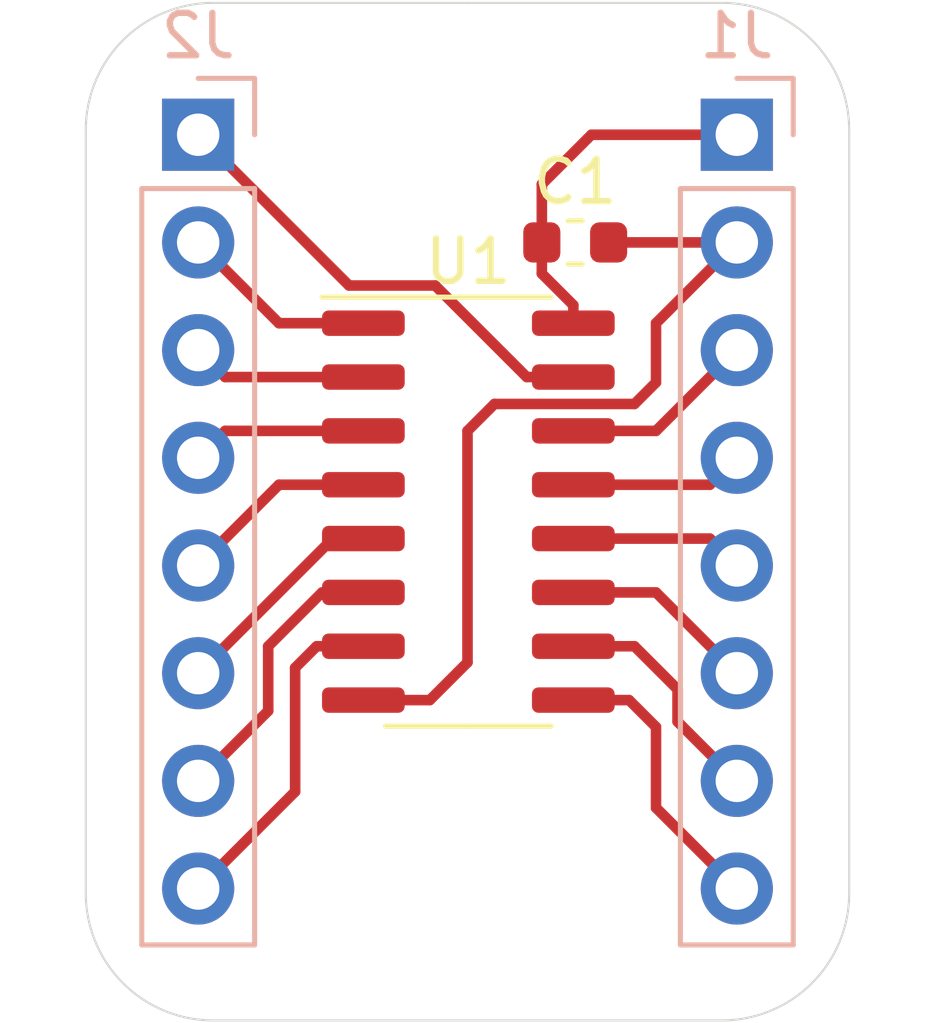
<source format=kicad_pcb>
(kicad_pcb (version 20171130) (host pcbnew "(5.1.6)-1")

  (general
    (thickness 1.6)
    (drawings 10)
    (tracks 53)
    (zones 0)
    (modules 4)
    (nets 17)
  )

  (page A4)
  (layers
    (0 F.Cu signal)
    (31 B.Cu signal)
    (32 B.Adhes user)
    (33 F.Adhes user)
    (34 B.Paste user)
    (35 F.Paste user)
    (36 B.SilkS user)
    (37 F.SilkS user)
    (38 B.Mask user)
    (39 F.Mask user)
    (40 Dwgs.User user)
    (41 Cmts.User user)
    (42 Eco1.User user)
    (43 Eco2.User user)
    (44 Edge.Cuts user)
    (45 Margin user)
    (46 B.CrtYd user)
    (47 F.CrtYd user)
    (48 B.Fab user)
    (49 F.Fab user)
  )

  (setup
    (last_trace_width 0.25)
    (trace_clearance 0.2)
    (zone_clearance 0.508)
    (zone_45_only no)
    (trace_min 0.2)
    (via_size 0.8)
    (via_drill 0.4)
    (via_min_size 0.4)
    (via_min_drill 0.3)
    (uvia_size 0.3)
    (uvia_drill 0.1)
    (uvias_allowed no)
    (uvia_min_size 0.2)
    (uvia_min_drill 0.1)
    (edge_width 0.05)
    (segment_width 0.2)
    (pcb_text_width 0.3)
    (pcb_text_size 1.5 1.5)
    (mod_edge_width 0.12)
    (mod_text_size 1 1)
    (mod_text_width 0.15)
    (pad_size 1.524 1.524)
    (pad_drill 0.762)
    (pad_to_mask_clearance 0.05)
    (aux_axis_origin 0 0)
    (grid_origin 150 97.5)
    (visible_elements FFFFFF7F)
    (pcbplotparams
      (layerselection 0x010fc_ffffffff)
      (usegerberextensions false)
      (usegerberattributes true)
      (usegerberadvancedattributes true)
      (creategerberjobfile true)
      (excludeedgelayer true)
      (linewidth 0.100000)
      (plotframeref false)
      (viasonmask false)
      (mode 1)
      (useauxorigin false)
      (hpglpennumber 1)
      (hpglpenspeed 20)
      (hpglpendiameter 15.000000)
      (psnegative false)
      (psa4output false)
      (plotreference true)
      (plotvalue true)
      (plotinvisibletext false)
      (padsonsilk false)
      (subtractmaskfromsilk false)
      (outputformat 1)
      (mirror false)
      (drillshape 1)
      (scaleselection 1)
      (outputdirectory ""))
  )

  (net 0 "")
  (net 1 /GND)
  (net 2 /VCC)
  (net 3 /Q_H')
  (net 4 /~OE)
  (net 5 /RCLK)
  (net 6 /~SRCLR)
  (net 7 /SRCLK)
  (net 8 /SER)
  (net 9 /Q_H)
  (net 10 /Q_G)
  (net 11 /Q_F)
  (net 12 /Q_E)
  (net 13 /Q_D)
  (net 14 /Q_C)
  (net 15 /Q_B)
  (net 16 /Q_A)

  (net_class Default "This is the default net class."
    (clearance 0.2)
    (trace_width 0.25)
    (via_dia 0.8)
    (via_drill 0.4)
    (uvia_dia 0.3)
    (uvia_drill 0.1)
    (add_net /GND)
    (add_net /Q_A)
    (add_net /Q_B)
    (add_net /Q_C)
    (add_net /Q_D)
    (add_net /Q_E)
    (add_net /Q_F)
    (add_net /Q_G)
    (add_net /Q_H)
    (add_net /Q_H')
    (add_net /RCLK)
    (add_net /SER)
    (add_net /SRCLK)
    (add_net /VCC)
    (add_net /~OE)
    (add_net /~SRCLR)
  )

  (module Package_SO:SOIC-16_3.9x9.9mm_P1.27mm (layer F.Cu) (tedit 5D9F72B1) (tstamp 5FAF5CDA)
    (at 150.02 97.5)
    (descr "SOIC, 16 Pin (JEDEC MS-012AC, https://www.analog.com/media/en/package-pcb-resources/package/pkg_pdf/soic_narrow-r/r_16.pdf), generated with kicad-footprint-generator ipc_gullwing_generator.py")
    (tags "SOIC SO")
    (path /5FAEFB53)
    (attr smd)
    (fp_text reference U1 (at 0 -5.9) (layer F.SilkS)
      (effects (font (size 1 1) (thickness 0.15)))
    )
    (fp_text value 74HC595 (at 0 5.9) (layer F.Fab)
      (effects (font (size 1 1) (thickness 0.15)))
    )
    (fp_text user %R (at 0 0) (layer F.Fab)
      (effects (font (size 0.98 0.98) (thickness 0.15)))
    )
    (fp_line (start 0 5.06) (end 1.95 5.06) (layer F.SilkS) (width 0.12))
    (fp_line (start 0 5.06) (end -1.95 5.06) (layer F.SilkS) (width 0.12))
    (fp_line (start 0 -5.06) (end 1.95 -5.06) (layer F.SilkS) (width 0.12))
    (fp_line (start 0 -5.06) (end -3.45 -5.06) (layer F.SilkS) (width 0.12))
    (fp_line (start -0.975 -4.95) (end 1.95 -4.95) (layer F.Fab) (width 0.1))
    (fp_line (start 1.95 -4.95) (end 1.95 4.95) (layer F.Fab) (width 0.1))
    (fp_line (start 1.95 4.95) (end -1.95 4.95) (layer F.Fab) (width 0.1))
    (fp_line (start -1.95 4.95) (end -1.95 -3.975) (layer F.Fab) (width 0.1))
    (fp_line (start -1.95 -3.975) (end -0.975 -4.95) (layer F.Fab) (width 0.1))
    (fp_line (start -3.7 -5.2) (end -3.7 5.2) (layer F.CrtYd) (width 0.05))
    (fp_line (start -3.7 5.2) (end 3.7 5.2) (layer F.CrtYd) (width 0.05))
    (fp_line (start 3.7 5.2) (end 3.7 -5.2) (layer F.CrtYd) (width 0.05))
    (fp_line (start 3.7 -5.2) (end -3.7 -5.2) (layer F.CrtYd) (width 0.05))
    (pad 16 smd roundrect (at 2.475 -4.445) (size 1.95 0.6) (layers F.Cu F.Paste F.Mask) (roundrect_rratio 0.25)
      (net 2 /VCC))
    (pad 15 smd roundrect (at 2.475 -3.175) (size 1.95 0.6) (layers F.Cu F.Paste F.Mask) (roundrect_rratio 0.25)
      (net 16 /Q_A))
    (pad 14 smd roundrect (at 2.475 -1.905) (size 1.95 0.6) (layers F.Cu F.Paste F.Mask) (roundrect_rratio 0.25)
      (net 8 /SER))
    (pad 13 smd roundrect (at 2.475 -0.635) (size 1.95 0.6) (layers F.Cu F.Paste F.Mask) (roundrect_rratio 0.25)
      (net 4 /~OE))
    (pad 12 smd roundrect (at 2.475 0.635) (size 1.95 0.6) (layers F.Cu F.Paste F.Mask) (roundrect_rratio 0.25)
      (net 5 /RCLK))
    (pad 11 smd roundrect (at 2.475 1.905) (size 1.95 0.6) (layers F.Cu F.Paste F.Mask) (roundrect_rratio 0.25)
      (net 7 /SRCLK))
    (pad 10 smd roundrect (at 2.475 3.175) (size 1.95 0.6) (layers F.Cu F.Paste F.Mask) (roundrect_rratio 0.25)
      (net 6 /~SRCLR))
    (pad 9 smd roundrect (at 2.475 4.445) (size 1.95 0.6) (layers F.Cu F.Paste F.Mask) (roundrect_rratio 0.25)
      (net 3 /Q_H'))
    (pad 8 smd roundrect (at -2.475 4.445) (size 1.95 0.6) (layers F.Cu F.Paste F.Mask) (roundrect_rratio 0.25)
      (net 1 /GND))
    (pad 7 smd roundrect (at -2.475 3.175) (size 1.95 0.6) (layers F.Cu F.Paste F.Mask) (roundrect_rratio 0.25)
      (net 9 /Q_H))
    (pad 6 smd roundrect (at -2.475 1.905) (size 1.95 0.6) (layers F.Cu F.Paste F.Mask) (roundrect_rratio 0.25)
      (net 10 /Q_G))
    (pad 5 smd roundrect (at -2.475 0.635) (size 1.95 0.6) (layers F.Cu F.Paste F.Mask) (roundrect_rratio 0.25)
      (net 11 /Q_F))
    (pad 4 smd roundrect (at -2.475 -0.635) (size 1.95 0.6) (layers F.Cu F.Paste F.Mask) (roundrect_rratio 0.25)
      (net 12 /Q_E))
    (pad 3 smd roundrect (at -2.475 -1.905) (size 1.95 0.6) (layers F.Cu F.Paste F.Mask) (roundrect_rratio 0.25)
      (net 13 /Q_D))
    (pad 2 smd roundrect (at -2.475 -3.175) (size 1.95 0.6) (layers F.Cu F.Paste F.Mask) (roundrect_rratio 0.25)
      (net 14 /Q_C))
    (pad 1 smd roundrect (at -2.475 -4.445) (size 1.95 0.6) (layers F.Cu F.Paste F.Mask) (roundrect_rratio 0.25)
      (net 15 /Q_B))
    (model ${KISYS3DMOD}/Package_SO.3dshapes/SOIC-16_3.9x9.9mm_P1.27mm.wrl
      (at (xyz 0 0 0))
      (scale (xyz 1 1 1))
      (rotate (xyz 0 0 0))
    )
  )

  (module Connector_PinHeader_2.54mm:PinHeader_1x08_P2.54mm_Vertical (layer B.Cu) (tedit 59FED5CC) (tstamp 5FAF590E)
    (at 143.65 88.61 180)
    (descr "Through hole straight pin header, 1x08, 2.54mm pitch, single row")
    (tags "Through hole pin header THT 1x08 2.54mm single row")
    (path /5FAF61F1)
    (fp_text reference J2 (at 0 2.33) (layer B.SilkS)
      (effects (font (size 1 1) (thickness 0.15)) (justify mirror))
    )
    (fp_text value Conn_01x08 (at 0 -20.11) (layer B.Fab)
      (effects (font (size 1 1) (thickness 0.15)) (justify mirror))
    )
    (fp_text user %R (at 0 -8.89 270) (layer B.Fab)
      (effects (font (size 1 1) (thickness 0.15)) (justify mirror))
    )
    (fp_line (start -0.635 1.27) (end 1.27 1.27) (layer B.Fab) (width 0.1))
    (fp_line (start 1.27 1.27) (end 1.27 -19.05) (layer B.Fab) (width 0.1))
    (fp_line (start 1.27 -19.05) (end -1.27 -19.05) (layer B.Fab) (width 0.1))
    (fp_line (start -1.27 -19.05) (end -1.27 0.635) (layer B.Fab) (width 0.1))
    (fp_line (start -1.27 0.635) (end -0.635 1.27) (layer B.Fab) (width 0.1))
    (fp_line (start -1.33 -19.11) (end 1.33 -19.11) (layer B.SilkS) (width 0.12))
    (fp_line (start -1.33 -1.27) (end -1.33 -19.11) (layer B.SilkS) (width 0.12))
    (fp_line (start 1.33 -1.27) (end 1.33 -19.11) (layer B.SilkS) (width 0.12))
    (fp_line (start -1.33 -1.27) (end 1.33 -1.27) (layer B.SilkS) (width 0.12))
    (fp_line (start -1.33 0) (end -1.33 1.33) (layer B.SilkS) (width 0.12))
    (fp_line (start -1.33 1.33) (end 0 1.33) (layer B.SilkS) (width 0.12))
    (fp_line (start -1.8 1.8) (end -1.8 -19.55) (layer B.CrtYd) (width 0.05))
    (fp_line (start -1.8 -19.55) (end 1.8 -19.55) (layer B.CrtYd) (width 0.05))
    (fp_line (start 1.8 -19.55) (end 1.8 1.8) (layer B.CrtYd) (width 0.05))
    (fp_line (start 1.8 1.8) (end -1.8 1.8) (layer B.CrtYd) (width 0.05))
    (pad 8 thru_hole oval (at 0 -17.78 180) (size 1.7 1.7) (drill 1) (layers *.Cu *.Mask)
      (net 9 /Q_H))
    (pad 7 thru_hole oval (at 0 -15.24 180) (size 1.7 1.7) (drill 1) (layers *.Cu *.Mask)
      (net 10 /Q_G))
    (pad 6 thru_hole oval (at 0 -12.7 180) (size 1.7 1.7) (drill 1) (layers *.Cu *.Mask)
      (net 11 /Q_F))
    (pad 5 thru_hole oval (at 0 -10.16 180) (size 1.7 1.7) (drill 1) (layers *.Cu *.Mask)
      (net 12 /Q_E))
    (pad 4 thru_hole oval (at 0 -7.62 180) (size 1.7 1.7) (drill 1) (layers *.Cu *.Mask)
      (net 13 /Q_D))
    (pad 3 thru_hole oval (at 0 -5.08 180) (size 1.7 1.7) (drill 1) (layers *.Cu *.Mask)
      (net 14 /Q_C))
    (pad 2 thru_hole oval (at 0 -2.54 180) (size 1.7 1.7) (drill 1) (layers *.Cu *.Mask)
      (net 15 /Q_B))
    (pad 1 thru_hole rect (at 0 0 180) (size 1.7 1.7) (drill 1) (layers *.Cu *.Mask)
      (net 16 /Q_A))
    (model ${KISYS3DMOD}/Connector_PinHeader_2.54mm.3dshapes/PinHeader_1x08_P2.54mm_Vertical.wrl
      (at (xyz 0 0 0))
      (scale (xyz 1 1 1))
      (rotate (xyz 0 0 0))
    )
  )

  (module Connector_PinHeader_2.54mm:PinHeader_1x08_P2.54mm_Vertical (layer B.Cu) (tedit 59FED5CC) (tstamp 5FAF58F2)
    (at 156.35 88.61 180)
    (descr "Through hole straight pin header, 1x08, 2.54mm pitch, single row")
    (tags "Through hole pin header THT 1x08 2.54mm single row")
    (path /5FB0DB36)
    (fp_text reference J1 (at 0 2.33) (layer B.SilkS)
      (effects (font (size 1 1) (thickness 0.15)) (justify mirror))
    )
    (fp_text value Conn_01x08 (at 0 -20.11) (layer B.Fab)
      (effects (font (size 1 1) (thickness 0.15)) (justify mirror))
    )
    (fp_text user %R (at 0 -8.89 270) (layer B.Fab)
      (effects (font (size 1 1) (thickness 0.15)) (justify mirror))
    )
    (fp_line (start -0.635 1.27) (end 1.27 1.27) (layer B.Fab) (width 0.1))
    (fp_line (start 1.27 1.27) (end 1.27 -19.05) (layer B.Fab) (width 0.1))
    (fp_line (start 1.27 -19.05) (end -1.27 -19.05) (layer B.Fab) (width 0.1))
    (fp_line (start -1.27 -19.05) (end -1.27 0.635) (layer B.Fab) (width 0.1))
    (fp_line (start -1.27 0.635) (end -0.635 1.27) (layer B.Fab) (width 0.1))
    (fp_line (start -1.33 -19.11) (end 1.33 -19.11) (layer B.SilkS) (width 0.12))
    (fp_line (start -1.33 -1.27) (end -1.33 -19.11) (layer B.SilkS) (width 0.12))
    (fp_line (start 1.33 -1.27) (end 1.33 -19.11) (layer B.SilkS) (width 0.12))
    (fp_line (start -1.33 -1.27) (end 1.33 -1.27) (layer B.SilkS) (width 0.12))
    (fp_line (start -1.33 0) (end -1.33 1.33) (layer B.SilkS) (width 0.12))
    (fp_line (start -1.33 1.33) (end 0 1.33) (layer B.SilkS) (width 0.12))
    (fp_line (start -1.8 1.8) (end -1.8 -19.55) (layer B.CrtYd) (width 0.05))
    (fp_line (start -1.8 -19.55) (end 1.8 -19.55) (layer B.CrtYd) (width 0.05))
    (fp_line (start 1.8 -19.55) (end 1.8 1.8) (layer B.CrtYd) (width 0.05))
    (fp_line (start 1.8 1.8) (end -1.8 1.8) (layer B.CrtYd) (width 0.05))
    (pad 8 thru_hole oval (at 0 -17.78 180) (size 1.7 1.7) (drill 1) (layers *.Cu *.Mask)
      (net 3 /Q_H'))
    (pad 7 thru_hole oval (at 0 -15.24 180) (size 1.7 1.7) (drill 1) (layers *.Cu *.Mask)
      (net 6 /~SRCLR))
    (pad 6 thru_hole oval (at 0 -12.7 180) (size 1.7 1.7) (drill 1) (layers *.Cu *.Mask)
      (net 7 /SRCLK))
    (pad 5 thru_hole oval (at 0 -10.16 180) (size 1.7 1.7) (drill 1) (layers *.Cu *.Mask)
      (net 5 /RCLK))
    (pad 4 thru_hole oval (at 0 -7.62 180) (size 1.7 1.7) (drill 1) (layers *.Cu *.Mask)
      (net 4 /~OE))
    (pad 3 thru_hole oval (at 0 -5.08 180) (size 1.7 1.7) (drill 1) (layers *.Cu *.Mask)
      (net 8 /SER))
    (pad 2 thru_hole oval (at 0 -2.54 180) (size 1.7 1.7) (drill 1) (layers *.Cu *.Mask)
      (net 1 /GND))
    (pad 1 thru_hole rect (at 0 0 180) (size 1.7 1.7) (drill 1) (layers *.Cu *.Mask)
      (net 2 /VCC))
    (model ${KISYS3DMOD}/Connector_PinHeader_2.54mm.3dshapes/PinHeader_1x08_P2.54mm_Vertical.wrl
      (at (xyz 0 0 0))
      (scale (xyz 1 1 1))
      (rotate (xyz 0 0 0))
    )
  )

  (module Capacitor_SMD:C_0603_1608Metric (layer F.Cu) (tedit 5B301BBE) (tstamp 5FAF58D6)
    (at 152.54 91.15)
    (descr "Capacitor SMD 0603 (1608 Metric), square (rectangular) end terminal, IPC_7351 nominal, (Body size source: http://www.tortai-tech.com/upload/download/2011102023233369053.pdf), generated with kicad-footprint-generator")
    (tags capacitor)
    (path /5FAF4C3B)
    (attr smd)
    (fp_text reference C1 (at 0 -1.43) (layer F.SilkS)
      (effects (font (size 1 1) (thickness 0.15)))
    )
    (fp_text value C (at 0 1.43) (layer F.Fab)
      (effects (font (size 1 1) (thickness 0.15)))
    )
    (fp_text user %R (at 0 0) (layer F.Fab)
      (effects (font (size 0.4 0.4) (thickness 0.06)))
    )
    (fp_line (start -0.8 0.4) (end -0.8 -0.4) (layer F.Fab) (width 0.1))
    (fp_line (start -0.8 -0.4) (end 0.8 -0.4) (layer F.Fab) (width 0.1))
    (fp_line (start 0.8 -0.4) (end 0.8 0.4) (layer F.Fab) (width 0.1))
    (fp_line (start 0.8 0.4) (end -0.8 0.4) (layer F.Fab) (width 0.1))
    (fp_line (start -0.162779 -0.51) (end 0.162779 -0.51) (layer F.SilkS) (width 0.12))
    (fp_line (start -0.162779 0.51) (end 0.162779 0.51) (layer F.SilkS) (width 0.12))
    (fp_line (start -1.48 0.73) (end -1.48 -0.73) (layer F.CrtYd) (width 0.05))
    (fp_line (start -1.48 -0.73) (end 1.48 -0.73) (layer F.CrtYd) (width 0.05))
    (fp_line (start 1.48 -0.73) (end 1.48 0.73) (layer F.CrtYd) (width 0.05))
    (fp_line (start 1.48 0.73) (end -1.48 0.73) (layer F.CrtYd) (width 0.05))
    (pad 2 smd roundrect (at 0.7875 0) (size 0.875 0.95) (layers F.Cu F.Paste F.Mask) (roundrect_rratio 0.25)
      (net 1 /GND))
    (pad 1 smd roundrect (at -0.7875 0) (size 0.875 0.95) (layers F.Cu F.Paste F.Mask) (roundrect_rratio 0.25)
      (net 2 /VCC))
    (model ${KISYS3DMOD}/Capacitor_SMD.3dshapes/C_0603_1608Metric.wrl
      (at (xyz 0 0 0))
      (scale (xyz 1 1 1))
      (rotate (xyz 0 0 0))
    )
  )

  (gr_arc (start 144 106.5) (end 141 106.5) (angle -90) (layer Edge.Cuts) (width 0.05) (tstamp 5FAF667E))
  (gr_arc (start 156 106.5) (end 156 109.5) (angle -90) (layer Edge.Cuts) (width 0.05) (tstamp 5FAF667E))
  (gr_arc (start 156 88.5) (end 159 88.5) (angle -90) (layer Edge.Cuts) (width 0.05) (tstamp 5FAF667E))
  (gr_arc (start 144 88.5) (end 144 85.5) (angle -90) (layer Edge.Cuts) (width 0.05))
  (gr_line (start 141 88.5) (end 141 106.5) (layer Edge.Cuts) (width 0.05) (tstamp 5FAF667B))
  (gr_line (start 159 88.5) (end 159 106.5) (layer Edge.Cuts) (width 0.05))
  (gr_line (start 150 109.5) (end 144 109.5) (layer Edge.Cuts) (width 0.05) (tstamp 5FAF6676))
  (gr_line (start 156 109.5) (end 150 109.5) (layer Edge.Cuts) (width 0.05) (tstamp 5FAF6675))
  (gr_line (start 156 85.5) (end 150 85.5) (layer Edge.Cuts) (width 0.05) (tstamp 5FAF6673))
  (gr_line (start 150 85.5) (end 144 85.5) (layer Edge.Cuts) (width 0.05))

  (segment (start 153.3275 91.15) (end 156.35 91.15) (width 0.25) (layer F.Cu) (net 1))
  (segment (start 147.545 101.945) (end 149.111 101.945) (width 0.25) (layer F.Cu) (net 1))
  (segment (start 149.111 101.945) (end 150 101.056) (width 0.25) (layer F.Cu) (net 1))
  (segment (start 150 101.056) (end 150 95.595) (width 0.25) (layer F.Cu) (net 1))
  (segment (start 150 95.595) (end 150.635 94.96) (width 0.25) (layer F.Cu) (net 1))
  (segment (start 150.635 94.96) (end 153.937 94.96) (width 0.25) (layer F.Cu) (net 1))
  (segment (start 153.937 94.96) (end 154.445 94.452) (width 0.25) (layer F.Cu) (net 1))
  (segment (start 154.445 93.055) (end 156.35 91.15) (width 0.25) (layer F.Cu) (net 1))
  (segment (start 154.445 94.452) (end 154.445 93.055) (width 0.25) (layer F.Cu) (net 1))
  (segment (start 156.35 88.61) (end 152.921 88.61) (width 0.25) (layer F.Cu) (net 2))
  (segment (start 151.7525 89.7785) (end 151.7525 91.15) (width 0.25) (layer F.Cu) (net 2))
  (segment (start 152.921 88.61) (end 151.7525 89.7785) (width 0.25) (layer F.Cu) (net 2))
  (segment (start 151.7525 91.15) (end 151.7525 91.8865) (width 0.25) (layer F.Cu) (net 2))
  (segment (start 152.495 92.629) (end 152.495 93.055) (width 0.25) (layer F.Cu) (net 2))
  (segment (start 151.7525 91.8865) (end 152.495 92.629) (width 0.25) (layer F.Cu) (net 2))
  (segment (start 152.495 101.945) (end 153.81 101.945) (width 0.25) (layer F.Cu) (net 3))
  (segment (start 153.81 101.945) (end 154.445 102.58) (width 0.25) (layer F.Cu) (net 3))
  (segment (start 154.445 104.485) (end 156.35 106.39) (width 0.25) (layer F.Cu) (net 3))
  (segment (start 154.445 102.58) (end 154.445 104.485) (width 0.25) (layer F.Cu) (net 3))
  (segment (start 155.715 96.865) (end 156.35 96.23) (width 0.25) (layer F.Cu) (net 4))
  (segment (start 152.495 96.865) (end 155.715 96.865) (width 0.25) (layer F.Cu) (net 4))
  (segment (start 155.715 98.135) (end 156.35 98.77) (width 0.25) (layer F.Cu) (net 5))
  (segment (start 152.495 98.135) (end 155.715 98.135) (width 0.25) (layer F.Cu) (net 5))
  (segment (start 152.495 100.675) (end 153.937 100.675) (width 0.25) (layer F.Cu) (net 6))
  (segment (start 153.937 100.675) (end 154.953 101.691) (width 0.25) (layer F.Cu) (net 6))
  (segment (start 154.953 102.453) (end 156.35 103.85) (width 0.25) (layer F.Cu) (net 6))
  (segment (start 154.953 101.691) (end 154.953 102.453) (width 0.25) (layer F.Cu) (net 6))
  (segment (start 154.445 99.405) (end 156.35 101.31) (width 0.25) (layer F.Cu) (net 7))
  (segment (start 152.495 99.405) (end 154.445 99.405) (width 0.25) (layer F.Cu) (net 7))
  (segment (start 154.445 95.595) (end 156.35 93.69) (width 0.25) (layer F.Cu) (net 8))
  (segment (start 152.495 95.595) (end 154.445 95.595) (width 0.25) (layer F.Cu) (net 8))
  (segment (start 147.545 100.675) (end 146.444 100.675) (width 0.25) (layer F.Cu) (net 9))
  (segment (start 146.444 100.675) (end 145.936 101.183) (width 0.25) (layer F.Cu) (net 9))
  (segment (start 145.936 104.104) (end 143.65 106.39) (width 0.25) (layer F.Cu) (net 9))
  (segment (start 145.936 101.183) (end 145.936 104.104) (width 0.25) (layer F.Cu) (net 9))
  (segment (start 143.65 103.85) (end 145.301 102.199) (width 0.25) (layer F.Cu) (net 10))
  (segment (start 145.301 102.199) (end 145.301 100.675) (width 0.25) (layer F.Cu) (net 10))
  (segment (start 146.571 99.405) (end 147.545 99.405) (width 0.25) (layer F.Cu) (net 10))
  (segment (start 145.301 100.675) (end 146.571 99.405) (width 0.25) (layer F.Cu) (net 10))
  (segment (start 146.825 98.135) (end 147.545 98.135) (width 0.25) (layer F.Cu) (net 11))
  (segment (start 143.65 101.31) (end 146.825 98.135) (width 0.25) (layer F.Cu) (net 11))
  (segment (start 145.555 96.865) (end 147.545 96.865) (width 0.25) (layer F.Cu) (net 12))
  (segment (start 143.65 98.77) (end 145.555 96.865) (width 0.25) (layer F.Cu) (net 12))
  (segment (start 144.285 95.595) (end 143.65 96.23) (width 0.25) (layer F.Cu) (net 13))
  (segment (start 147.545 95.595) (end 144.285 95.595) (width 0.25) (layer F.Cu) (net 13))
  (segment (start 144.285 94.325) (end 143.65 93.69) (width 0.25) (layer F.Cu) (net 14))
  (segment (start 147.545 94.325) (end 144.285 94.325) (width 0.25) (layer F.Cu) (net 14))
  (segment (start 145.555 93.055) (end 143.65 91.15) (width 0.25) (layer F.Cu) (net 15))
  (segment (start 147.545 93.055) (end 145.555 93.055) (width 0.25) (layer F.Cu) (net 15))
  (segment (start 143.65 88.61) (end 147.206 92.166) (width 0.25) (layer F.Cu) (net 16))
  (segment (start 147.206 92.166) (end 149.238 92.166) (width 0.25) (layer F.Cu) (net 16))
  (segment (start 151.397 94.325) (end 152.495 94.325) (width 0.25) (layer F.Cu) (net 16))
  (segment (start 149.238 92.166) (end 151.397 94.325) (width 0.25) (layer F.Cu) (net 16))

)

</source>
